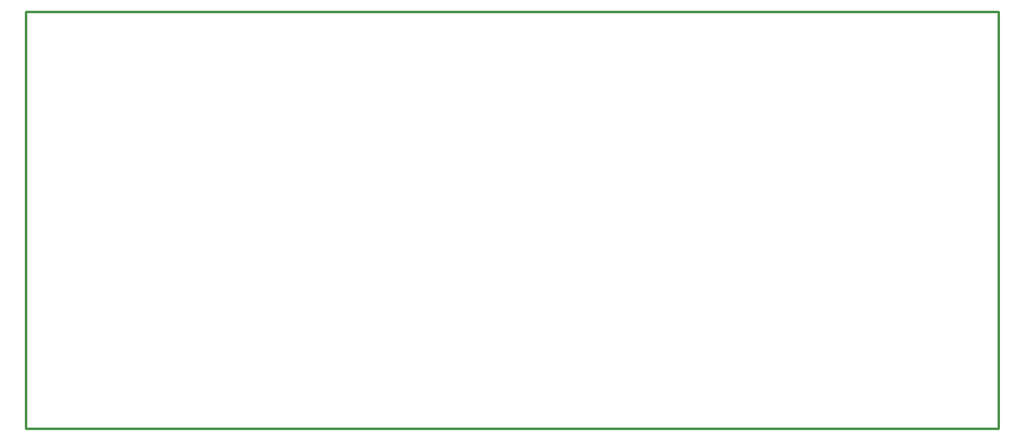
<source format=gko>
G04*
G04 #@! TF.GenerationSoftware,Altium Limited,Altium Designer,21.2.1 (34)*
G04*
G04 Layer_Color=16711935*
%FSLAX44Y44*%
%MOMM*%
G71*
G04*
G04 #@! TF.SameCoordinates,7D1833F5-BA34-4ABF-A559-0A2A528DAE64*
G04*
G04*
G04 #@! TF.FilePolarity,Positive*
G04*
G01*
G75*
%ADD13C,0.2540*%
D13*
X382270Y1247140D02*
X1377950Y1247140D01*
X382270Y820420D02*
X1377950D01*
X382270D02*
Y1247140D01*
X1377950Y820420D02*
Y1247140D01*
M02*

</source>
